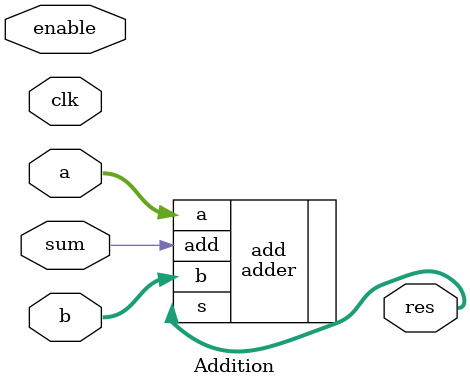
<source format=v>
`timescale 1ns / 1ps
module Addition #(parameter nBits=32)(
	input sum,
	input clk,
	input [nBits-1:0]a,
	input [nBits-1:0]b,
	output [nBits-1:0]res,
	input enable
    );
	 
	 wire [nBits-1:0]res1;
	 
	adder add (
	  .a(a), // input [31 : 0] a
	  .b(b), // input [31 : 0] b
	  //.clk(clk), // input clk
	  .add(sum),
	  .s(res) // output [31 : 0] s
	);

endmodule

</source>
